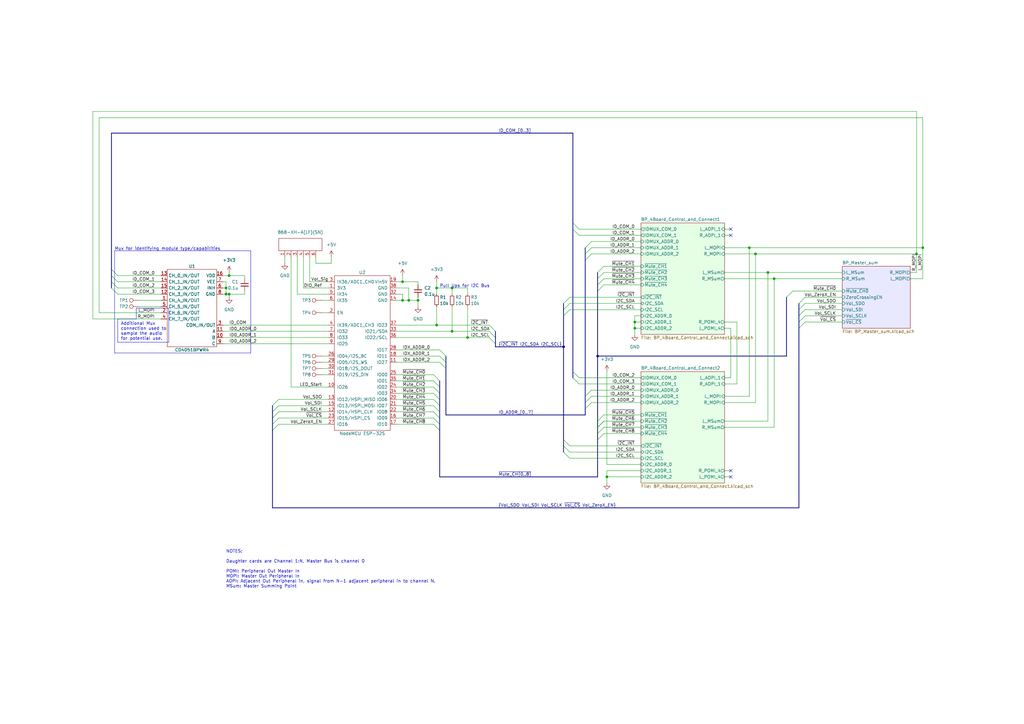
<source format=kicad_sch>
(kicad_sch (version 20230121) (generator eeschema)
  (paper "A3")
  (lib_symbols
    (symbol "CD4051BPWR4_2"
      (property "Reference" "U?" (at 10.16 1.27 0))
      (property "Value" "CD4051BPWR4_2" (at 10.16 -33.02 0))
      (symbol "CD4051BPWR4_2_0_1"
        (rectangle (start 0 0) (end 20.32 -31.75))
      )
      (symbol "CD4051BPWR4_2_1_1"
        (pin passive line (at -2.54 -12.7 0) (length 2.54) (name "CH_4_IN/OUT") (number "1"))
        (pin passive line (at 22.86 -27.94 180) (length 2.54) (name "B") (number "10"))
        (pin passive line (at 22.86 -25.4 180) (length 2.54) (name "A") (number "11"))
        (pin passive line (at -2.54 -10.16 0) (length 2.54) (name "CH_3_IN/OUT") (number "12"))
        (pin passive line (at -2.54 -2.54 0) (length 2.54) (name "CH_0_IN/OUT") (number "13"))
        (pin passive line (at -2.54 -5.08 0) (length 2.54) (name "CH_1_IN/OUT") (number "14"))
        (pin passive line (at -2.54 -7.62 0) (length 2.54) (name "CH_2_IN/OUT") (number "15"))
        (pin power_in line (at 22.86 -2.54 180) (length 2.54) (name "VDD") (number "16"))
        (pin passive line (at -2.54 -17.78 0) (length 2.54) (name "CH_6_IN/OUT") (number "2"))
        (pin passive line (at 22.86 -22.86 180) (length 2.54) (name "COM_IN/OUT") (number "3"))
        (pin passive line (at -2.54 -20.32 0) (length 2.54) (name "CH_7_IN/OUT") (number "4"))
        (pin passive line (at -2.54 -15.24 0) (length 2.54) (name "CH_5_IN/OUT") (number "5"))
        (pin passive line (at 22.86 -7.62 180) (length 2.54) (name "INH") (number "6"))
        (pin power_in line (at 22.86 -5.08 180) (length 2.54) (name "VEE") (number "7"))
        (pin power_in line (at 22.86 -10.16 180) (length 2.54) (name "GND") (number "8"))
        (pin passive line (at 22.86 -30.48 180) (length 2.54) (name "C") (number "9"))
      )
    )
    (symbol "Connector:TestPoint" (pin_numbers hide) (pin_names (offset 0.762) hide)
      (property "Reference" "TP" (at 0 6.858 0))
      (property "Value" "TestPoint" (at 0 5.08 0))
      (symbol "TestPoint_0_1"
        (circle (center 0 3.302) (radius 0.762))
      )
      (symbol "TestPoint_1_1"
        (pin passive line (at 0 0 90) (length 2.54) (name "1") (number "1"))
      )
    )
    (symbol "Device:C_Small" (pin_numbers hide) (pin_names (offset 0.254) hide)
      (property "Reference" "C" (at 0.254 1.778 0))
      (property "Value" "C_Small" (at 0.254 -2.032 0))
      (symbol "C_Small_0_1"
        (polyline (pts (xy -1.524 -0.508) (xy 1.524 -0.508)) (stroke (width 0.3302)))
        (polyline (pts (xy -1.524 0.508) (xy 1.524 0.508)) (stroke (width 0.3048)))
      )
      (symbol "C_Small_1_1"
        (pin passive line (at 0 2.54 270) (length 2.032) (name "~") (number "1"))
        (pin passive line (at 0 -2.54 90) (length 2.032) (name "~") (number "2"))
      )
    )
    (symbol "Device:R_Small" (pin_numbers hide) (pin_names (offset 0.254) hide)
      (property "Reference" "R" (at 0.762 0.508 0))
      (property "Value" "R_Small" (at 0.762 -1.016 0))
      (symbol "R_Small_0_1"
        (rectangle (start -0.762 1.778) (end 0.762 -1.778) (stroke (width 0.2032)))
      )
      (symbol "R_Small_1_1"
        (pin passive line (at 0 2.54 270) (length 0.762) (name "~") (number "1"))
        (pin passive line (at 0 -2.54 90) (length 0.762) (name "~") (number "2"))
      )
    )
    (symbol "power:+3V3" (power) (pin_names (offset 0))
      (property "Value" "+3V3" (at 0 3.556 0))
      (symbol "+3V3_0_1"
        (polyline (pts (xy -0.762 1.27) (xy 0 2.54)))
        (polyline (pts (xy 0 0) (xy 0 2.54)))
        (polyline (pts (xy 0 2.54) (xy 0.762 1.27)))
      )
      (symbol "+3V3_1_1"
        (pin power_in line (at 0 0 90) (length 0) hide (name "+3V3") (number "1"))
      )
    )
    (symbol "power:+5V" (power) (pin_names (offset 0))
      (property "Value" "+5V" (at 0 3.556 0))
      (symbol "+5V_0_1"
        (polyline (pts (xy -0.762 1.27) (xy 0 2.54)))
        (polyline (pts (xy 0 0) (xy 0 2.54)))
        (polyline (pts (xy 0 2.54) (xy 0.762 1.27)))
      )
      (symbol "+5V_1_1"
        (pin power_in line (at 0 0 90) (length 0) hide (name "+5V") (number "1"))
      )
    )
    (symbol "power:GND" (power) (pin_names (offset 0))
      (property "Value" "GND" (at 0 -3.81 0))
      (symbol "GND_0_1"
        (polyline (pts (xy 0 0) (xy 0 -1.27) (xy 1.27 -1.27) (xy 0 -2.54) (xy -1.27 -1.27) (xy 0 -1.27)))
      )
      (symbol "GND_1_1"
        (pin power_in line (at 0 0 270) (length 0) hide (name "GND") (number "1"))
      )
    )
    (symbol "silver-box-modular:B6B-XH-A(LF)(SN)"
      (property "Reference" "U" (at 0 3.81 0))
      (property "Value" "B6B-XH-A(LF)(SN)" (at 0 1.27 0))
      (symbol "B6B-XH-A(LF)(SN)_0_0"
        (pin passive line (at -6.35 -7.62 90) (length 2.54) (name "") (number "1"))
        (pin passive line (at -3.81 -7.62 90) (length 2.54) (name "") (number "2"))
        (pin passive line (at -1.27 -7.62 90) (length 2.54) (name "") (number "3"))
        (pin passive line (at 1.27 -7.62 90) (length 2.54) (name "") (number "4"))
        (pin passive line (at 3.81 -7.62 90) (length 2.54) (name "") (number "5"))
        (pin passive line (at 6.35 -7.62 90) (length 2.54) (name "") (number "6"))
      )
      (symbol "B6B-XH-A(LF)(SN)_0_1"
        (rectangle (start -8.89 -5.08) (end 8.89 0))
      )
    )
    (symbol "silver-box-modular:ESP32-DevKitC-V4-32D-custom-parts" (pin_names (offset 1.016))
      (property "Reference" "U2" (at 0 30.48 0))
      (property "Value" "ESP32-DevKitC-V4-32D-custom-parts" (at 0 -35.56 0))
      (symbol "ESP32-DevKitC-V4-32D-custom-parts_0_0"
        (pin output line (at -13.97 24.13 0) (length 2.54) (name "3V3") (number "1"))
        (pin bidirectional line (at -13.97 -16.51 0) (length 2.54) (name "IO26") (number "10"))
        (pin bidirectional line (at 13.97 -6.35 180) (length 2.54) (name "IO27") (number "11"))
        (pin bidirectional line (at -13.97 -26.67 0) (length 2.54) (name "IO14/HSPI_CLK") (number "12"))
        (pin bidirectional line (at -13.97 -21.59 0) (length 2.54) (name "IO12/HSPI_MISO") (number "13"))
        (pin power_in line (at 13.97 19.05 180) (length 2.54) (name "GND") (number "14"))
        (pin bidirectional line (at -13.97 -24.13 0) (length 2.54) (name "IO13/HSPI_MOSI") (number "15"))
        (pin bidirectional line (at 13.97 -29.21 180) (length 2.54) (name "IO09") (number "16"))
        (pin bidirectional line (at 13.97 -31.75 180) (length 2.54) (name "IO10") (number "17"))
        (pin bidirectional line (at 13.97 -3.81 180) (length 2.54) (name "IO11") (number "18"))
        (pin power_in line (at 13.97 26.67 180) (length 2.54) (name "Vin5V") (number "19"))
        (pin input line (at -13.97 13.97 0) (length 2.54) (name "EN") (number "2"))
        (pin bidirectional line (at 13.97 -21.59 180) (length 2.54) (name "IO06") (number "20"))
        (pin bidirectional line (at 13.97 -24.13 180) (length 2.54) (name "IO07") (number "21"))
        (pin bidirectional line (at 13.97 -26.67 180) (length 2.54) (name "IO08") (number "22"))
        (pin bidirectional line (at -13.97 -29.21 0) (length 2.54) (name "IO15/HSPI_CS") (number "23"))
        (pin bidirectional line (at 13.97 -16.51 180) (length 2.54) (name "IO02") (number "24"))
        (pin bidirectional line (at 13.97 -11.43 180) (length 2.54) (name "IO00") (number "25"))
        (pin bidirectional line (at -13.97 -3.81 0) (length 2.54) (name "IO04/I2S_BC") (number "26"))
        (pin bidirectional line (at -13.97 -31.75 0) (length 2.54) (name "IO16") (number "27"))
        (pin bidirectional line (at 13.97 -1.27 180) (length 2.54) (name "IO17") (number "28"))
        (pin bidirectional line (at -13.97 -6.35 0) (length 2.54) (name "IO05/I2S_WS") (number "29"))
        (pin input line (at -13.97 26.67 0) (length 2.54) (name "IX36/ADC1_CH0") (number "3"))
        (pin bidirectional line (at -13.97 -8.89 0) (length 2.54) (name "IO18/I2S_DOUT") (number "30"))
        (pin bidirectional line (at -13.97 -11.43 0) (length 2.54) (name "IO19/I2S_DIN") (number "31"))
        (pin power_in line (at 13.97 21.59 180) (length 2.54) (name "GND") (number "32"))
        (pin bidirectional line (at 13.97 6.35 180) (length 2.54) (name "IO21/SDA") (number "33"))
        (pin bidirectional line (at 13.97 -19.05 180) (length 2.54) (name "IO03") (number "34"))
        (pin bidirectional line (at 13.97 -13.97 180) (length 2.54) (name "IO01") (number "35"))
        (pin bidirectional line (at 13.97 3.81 180) (length 2.54) (name "IO22/SCL") (number "36"))
        (pin bidirectional line (at 13.97 8.89 180) (length 2.54) (name "IO23") (number "37"))
        (pin power_in line (at 13.97 24.13 180) (length 2.54) (name "GND") (number "38"))
        (pin input line (at -13.97 8.89 0) (length 2.54) (name "IX39/ADC1_CH3") (number "4"))
        (pin input line (at -13.97 21.59 0) (length 2.54) (name "IX34") (number "5"))
        (pin input line (at -13.97 19.05 0) (length 2.54) (name "IX35") (number "6"))
        (pin bidirectional line (at -13.97 6.35 0) (length 2.54) (name "IO32") (number "7"))
        (pin bidirectional line (at -13.97 3.81 0) (length 2.54) (name "IO33") (number "8"))
        (pin bidirectional line (at -13.97 1.27 0) (length 2.54) (name "IO25") (number "9"))
      )
      (symbol "ESP32-DevKitC-V4-32D-custom-parts_0_1"
        (rectangle (start -11.43 29.21) (end 11.43 -34.29))
      )
    )
  )
  (junction (at 375.92 104.14))
  (junction (at 93.98 120.65))
  (junction (at 260.35 132.08))
  (junction (at 231.14 142.24))
  (junction (at 92.71 118.11))
  (junction (at 314.96 111.76))
  (junction (at 248.92 195.58))
  (junction (at 179.07 133.35))
  (junction (at 378.46 101.6))
  (junction (at 307.34 101.6))
  (junction (at 260.35 134.62))
  (junction (at 92.71 120.65))
  (junction (at 191.77 138.43))
  (junction (at 179.07 118.11))
  (junction (at 185.42 118.11))
  (junction (at 165.1 115.57))
  (junction (at 171.45 123.19))
  (junction (at 93.98 113.03))
  (junction (at 185.42 135.89))
  (junction (at 165.1 123.19))
  (junction (at 167.64 123.19))
  (junction (at 317.5 114.3))
  (junction (at 309.88 104.14))
  (junction (at 245.11 146.05))
  (no_connect (at 299.72 195.58))
  (no_connect (at 299.72 96.52))
  (no_connect (at 299.72 93.98))
  (no_connect (at 299.72 193.04))
  (bus_entry (at 234.95 154.94) (size 2.54 2.54))
  (bus_entry (at 327.66 124.46) (size 2.54 -2.54))
  (bus_entry (at 200.66 135.89) (size 2.54 2.54))
  (bus_entry (at 322.58 121.92) (size 2.54 -2.54))
  (bus_entry (at 234.95 152.4) (size 2.54 2.54))
  (bus_entry (at 240.03 106.68) (size 2.54 -2.54))
  (bus_entry (at 111.76 176.53) (size 2.54 -2.54))
  (bus_entry (at 240.03 167.64) (size 2.54 -2.54))
  (bus_entry (at 240.03 165.1) (size 2.54 -2.54))
  (bus_entry (at 45.72 115.57) (size 2.54 2.54))
  (bus_entry (at 45.72 110.49) (size 2.54 2.54))
  (bus_entry (at 247.65 175.26) (size -2.54 2.54))
  (bus_entry (at 200.66 138.43) (size 2.54 2.54))
  (bus_entry (at 240.03 162.56) (size 2.54 -2.54))
  (bus_entry (at 111.76 173.99) (size 2.54 -2.54))
  (bus_entry (at 45.72 113.03) (size 2.54 2.54))
  (bus_entry (at 240.03 104.14) (size 2.54 -2.54))
  (bus_entry (at 234.95 93.98) (size 2.54 2.54))
  (bus_entry (at 177.8 168.91) (size 2.54 2.54))
  (bus_entry (at 245.11 119.38) (size 2.54 -2.54))
  (bus_entry (at 327.66 132.08) (size 2.54 -2.54))
  (bus_entry (at 245.11 114.3) (size 2.54 -2.54))
  (bus_entry (at 177.8 173.99) (size 2.54 2.54))
  (bus_entry (at 231.14 127) (size 2.54 -2.54))
  (bus_entry (at 180.34 148.59) (size 2.54 2.54))
  (bus_entry (at 231.14 129.54) (size 2.54 -2.54))
  (bus_entry (at 247.65 172.72) (size -2.54 2.54))
  (bus_entry (at 177.8 156.21) (size 2.54 2.54))
  (bus_entry (at 327.66 134.62) (size 2.54 -2.54))
  (bus_entry (at 231.14 180.34) (size 2.54 2.54))
  (bus_entry (at 180.34 143.51) (size 2.54 2.54))
  (bus_entry (at 327.66 127) (size 2.54 -2.54))
  (bus_entry (at 247.65 172.72) (size -2.54 2.54))
  (bus_entry (at 177.8 163.83) (size 2.54 2.54))
  (bus_entry (at 327.66 129.54) (size 2.54 -2.54))
  (bus_entry (at 177.8 166.37) (size 2.54 2.54))
  (bus_entry (at 200.66 133.35) (size 2.54 2.54))
  (bus_entry (at 180.34 146.05) (size 2.54 2.54))
  (bus_entry (at 177.8 158.75) (size 2.54 2.54))
  (bus_entry (at 247.65 170.18) (size -2.54 2.54))
  (bus_entry (at 245.11 111.76) (size 2.54 -2.54))
  (bus_entry (at 245.11 116.84) (size 2.54 -2.54))
  (bus_entry (at 240.03 101.6) (size 2.54 -2.54))
  (bus_entry (at 247.65 177.8) (size -2.54 2.54))
  (bus_entry (at 111.76 168.91) (size 2.54 -2.54))
  (bus_entry (at 111.76 166.37) (size 2.54 -2.54))
  (bus_entry (at 177.8 153.67) (size 2.54 2.54))
  (bus_entry (at 111.76 171.45) (size 2.54 -2.54))
  (bus_entry (at 177.8 161.29) (size 2.54 2.54))
  (bus_entry (at 231.14 124.46) (size 2.54 -2.54))
  (bus_entry (at 231.14 185.42) (size 2.54 2.54))
  (bus_entry (at 45.72 118.11) (size 2.54 2.54))
  (bus_entry (at 231.14 182.88) (size 2.54 2.54))
  (bus_entry (at 234.95 91.44) (size 2.54 2.54))
  (bus_entry (at 177.8 171.45) (size 2.54 2.54))
  (wire (pts (xy 185.42 118.11) (xy 185.42 120.65)))
  (wire (pts (xy 162.56 173.99) (xy 177.8 173.99)))
  (wire (pts (xy 330.2 129.54) (xy 345.44 129.54)))
  (wire (pts (xy 91.44 135.89) (xy 134.62 135.89)))
  (wire (pts (xy 373.38 114.3) (xy 378.46 114.3)))
  (wire (pts (xy 260.35 132.08) (xy 262.89 132.08)))
  (wire (pts (xy 378.46 114.3) (xy 378.46 101.6)))
  (wire (pts (xy 121.92 120.65) (xy 134.62 120.65)))
  (bus (pts (xy 327.66 132.08) (xy 327.66 134.62)))
  (wire (pts (xy 124.46 118.11) (xy 134.62 118.11)))
  (bus (pts (xy 182.88 170.18) (xy 240.03 170.18)))
  (wire (pts (xy 330.2 124.46) (xy 345.44 124.46)))
  (bus (pts (xy 322.58 121.92) (xy 322.58 146.05)))
  (wire (pts (xy 242.57 104.14) (xy 262.89 104.14)))
  (wire (pts (xy 378.46 48.26) (xy 40.64 48.26)))
  (wire (pts (xy 309.88 165.1) (xy 309.88 104.14)))
  (wire (pts (xy 378.46 101.6) (xy 378.46 48.26)))
  (wire (pts (xy 233.68 187.96) (xy 262.89 187.96)))
  (wire (pts (xy 247.65 109.22) (xy 262.89 109.22)))
  (wire (pts (xy 93.98 113.03) (xy 100.33 113.03)))
  (bus (pts (xy 231.14 182.88) (xy 231.14 185.42)))
  (wire (pts (xy 297.18 175.26) (xy 317.5 175.26)))
  (wire (pts (xy 307.34 162.56) (xy 297.18 162.56)))
  (wire (pts (xy 40.64 128.27) (xy 66.04 128.27)))
  (wire (pts (xy 162.56 163.83) (xy 177.8 163.83)))
  (wire (pts (xy 297.18 111.76) (xy 314.96 111.76)))
  (wire (pts (xy 299.72 134.62) (xy 299.72 154.94)))
  (wire (pts (xy 167.64 118.11) (xy 167.64 123.19)))
  (wire (pts (xy 162.56 161.29) (xy 177.8 161.29)))
  (wire (pts (xy 171.45 116.84) (xy 171.45 115.57)))
  (wire (pts (xy 48.26 120.65) (xy 66.04 120.65)))
  (wire (pts (xy 317.5 114.3) (xy 345.44 114.3)))
  (wire (pts (xy 297.18 195.58) (xy 299.72 195.58)))
  (wire (pts (xy 135.89 107.95) (xy 129.54 107.95)))
  (wire (pts (xy 132.08 151.13) (xy 134.62 151.13)))
  (wire (pts (xy 119.38 158.75) (xy 134.62 158.75)))
  (wire (pts (xy 375.92 111.76) (xy 375.92 104.14)))
  (wire (pts (xy 57.15 125.73) (xy 66.04 125.73)))
  (wire (pts (xy 93.98 111.76) (xy 93.98 113.03)))
  (wire (pts (xy 38.1 45.72) (xy 375.92 45.72)))
  (wire (pts (xy 162.56 120.65) (xy 165.1 120.65)))
  (wire (pts (xy 162.56 171.45) (xy 177.8 171.45)))
  (bus (pts (xy 231.14 129.54) (xy 231.14 142.24)))
  (wire (pts (xy 165.1 120.65) (xy 165.1 123.19)))
  (bus (pts (xy 45.72 54.61) (xy 234.95 54.61)))
  (bus (pts (xy 45.72 118.11) (xy 45.72 115.57)))
  (wire (pts (xy 114.3 166.37) (xy 134.62 166.37)))
  (wire (pts (xy 247.65 177.8) (xy 262.89 177.8)))
  (wire (pts (xy 162.56 156.21) (xy 177.8 156.21)))
  (wire (pts (xy 165.1 115.57) (xy 162.56 115.57)))
  (wire (pts (xy 171.45 123.19) (xy 171.45 121.92)))
  (wire (pts (xy 309.88 104.14) (xy 375.92 104.14)))
  (bus (pts (xy 234.95 93.98) (xy 234.95 152.4)))
  (wire (pts (xy 260.35 129.54) (xy 260.35 132.08)))
  (bus (pts (xy 231.14 142.24) (xy 231.14 180.34)))
  (wire (pts (xy 162.56 118.11) (xy 167.64 118.11)))
  (wire (pts (xy 93.98 120.65) (xy 93.98 121.92)))
  (bus (pts (xy 245.11 146.05) (xy 245.11 172.72)))
  (wire (pts (xy 242.57 99.06) (xy 262.89 99.06)))
  (wire (pts (xy 297.18 93.98) (xy 299.72 93.98)))
  (wire (pts (xy 247.65 114.3) (xy 262.89 114.3)))
  (bus (pts (xy 240.03 162.56) (xy 240.03 165.1)))
  (polyline (pts (xy 46.99 144.78) (xy 102.87 144.78)))
  (wire (pts (xy 233.68 185.42) (xy 262.89 185.42)))
  (wire (pts (xy 330.2 121.92) (xy 345.44 121.92)))
  (wire (pts (xy 247.65 172.72) (xy 262.89 172.72)))
  (wire (pts (xy 325.12 119.38) (xy 345.44 119.38)))
  (wire (pts (xy 162.56 133.35) (xy 179.07 133.35)))
  (polyline (pts (xy 102.87 144.78) (xy 102.87 102.87)))
  (wire (pts (xy 185.42 118.11) (xy 191.77 118.11)))
  (wire (pts (xy 135.89 105.41) (xy 135.89 107.95)))
  (wire (pts (xy 124.46 105.41) (xy 124.46 118.11)))
  (wire (pts (xy 185.42 135.89) (xy 200.66 135.89)))
  (bus (pts (xy 45.72 110.49) (xy 45.72 54.61)))
  (bus (pts (xy 245.11 116.84) (xy 245.11 119.38)))
  (polyline (pts (xy 60.96 102.87) (xy 46.99 102.87)))
  (wire (pts (xy 191.77 118.11) (xy 191.77 120.65)))
  (wire (pts (xy 162.56 148.59) (xy 180.34 148.59)))
  (wire (pts (xy 242.57 101.6) (xy 262.89 101.6)))
  (wire (pts (xy 297.18 96.52) (xy 299.72 96.52)))
  (wire (pts (xy 121.92 120.65) (xy 121.92 105.41)))
  (polyline (pts (xy 55.88 130.81) (xy 48.26 130.81)))
  (bus (pts (xy 203.2 140.97) (xy 203.2 142.24)))
  (wire (pts (xy 297.18 193.04) (xy 299.72 193.04)))
  (bus (pts (xy 327.66 129.54) (xy 327.66 132.08)))
  (bus (pts (xy 203.2 135.89) (xy 203.2 138.43)))
  (wire (pts (xy 92.71 115.57) (xy 92.71 118.11)))
  (wire (pts (xy 237.49 96.52) (xy 262.89 96.52)))
  (wire (pts (xy 302.26 132.08) (xy 302.26 157.48)))
  (wire (pts (xy 127 105.41) (xy 127 115.57)))
  (wire (pts (xy 91.44 113.03) (xy 93.98 113.03)))
  (wire (pts (xy 302.26 132.08) (xy 297.18 132.08)))
  (wire (pts (xy 179.07 133.35) (xy 200.66 133.35)))
  (wire (pts (xy 48.26 113.03) (xy 66.04 113.03)))
  (wire (pts (xy 248.92 193.04) (xy 248.92 195.58)))
  (wire (pts (xy 314.96 172.72) (xy 314.96 111.76)))
  (wire (pts (xy 100.33 113.03) (xy 100.33 114.3)))
  (bus (pts (xy 245.11 111.76) (xy 245.11 114.3)))
  (bus (pts (xy 203.2 138.43) (xy 203.2 140.97)))
  (bus (pts (xy 111.76 173.99) (xy 111.76 176.53)))
  (wire (pts (xy 127 115.57) (xy 134.62 115.57)))
  (wire (pts (xy 297.18 157.48) (xy 302.26 157.48)))
  (wire (pts (xy 242.57 165.1) (xy 262.89 165.1)))
  (bus (pts (xy 245.11 114.3) (xy 245.11 116.84)))
  (bus (pts (xy 245.11 180.34) (xy 245.11 195.58)))
  (wire (pts (xy 262.89 129.54) (xy 260.35 129.54)))
  (wire (pts (xy 233.68 121.92) (xy 262.89 121.92)))
  (bus (pts (xy 327.66 127) (xy 327.66 129.54)))
  (wire (pts (xy 248.92 190.5) (xy 262.89 190.5)))
  (bus (pts (xy 245.11 172.72) (xy 245.11 175.26)))
  (wire (pts (xy 179.07 118.11) (xy 185.42 118.11)))
  (bus (pts (xy 240.03 104.14) (xy 240.03 106.68)))
  (wire (pts (xy 297.18 172.72) (xy 314.96 172.72)))
  (bus (pts (xy 245.11 119.38) (xy 245.11 146.05)))
  (wire (pts (xy 114.3 168.91) (xy 134.62 168.91)))
  (wire (pts (xy 247.65 170.18) (xy 262.89 170.18)))
  (bus (pts (xy 245.11 175.26) (xy 245.11 177.8)))
  (bus (pts (xy 111.76 166.37) (xy 111.76 168.91)))
  (wire (pts (xy 165.1 115.57) (xy 171.45 115.57)))
  (wire (pts (xy 114.3 163.83) (xy 134.62 163.83)))
  (wire (pts (xy 132.08 153.67) (xy 134.62 153.67)))
  (bus (pts (xy 327.66 208.28) (xy 111.76 208.28)))
  (bus (pts (xy 45.72 113.03) (xy 45.72 110.49)))
  (wire (pts (xy 57.15 123.19) (xy 66.04 123.19)))
  (polyline (pts (xy 48.26 140.335) (xy 69.215 140.335)))
  (bus (pts (xy 327.66 124.46) (xy 327.66 127)))
  (wire (pts (xy 162.56 143.51) (xy 180.34 143.51)))
  (bus (pts (xy 240.03 165.1) (xy 240.03 167.64)))
  (wire (pts (xy 119.38 158.75) (xy 119.38 105.41)))
  (bus (pts (xy 180.34 173.99) (xy 180.34 176.53)))
  (wire (pts (xy 48.26 115.57) (xy 66.04 115.57)))
  (wire (pts (xy 91.44 115.57) (xy 92.71 115.57)))
  (bus (pts (xy 245.11 146.05) (xy 322.58 146.05)))
  (polyline (pts (xy 55.88 126.365) (xy 55.88 130.81)))
  (wire (pts (xy 317.5 175.26) (xy 317.5 114.3)))
  (wire (pts (xy 162.56 166.37) (xy 177.8 166.37)))
  (polyline (pts (xy 65.405 126.365) (xy 55.88 126.365)))
  (wire (pts (xy 373.38 111.76) (xy 375.92 111.76)))
  (bus (pts (xy 180.34 168.91) (xy 180.34 171.45)))
  (wire (pts (xy 100.33 120.65) (xy 93.98 120.65)))
  (bus (pts (xy 245.11 177.8) (xy 245.11 180.34)))
  (wire (pts (xy 38.1 45.72) (xy 38.1 130.81)))
  (wire (pts (xy 91.44 133.35) (xy 134.62 133.35)))
  (polyline (pts (xy 46.99 102.87) (xy 46.99 144.78)))
  (bus (pts (xy 231.14 127) (xy 231.14 129.54)))
  (wire (pts (xy 132.08 123.19) (xy 134.62 123.19)))
  (wire (pts (xy 114.3 173.99) (xy 134.62 173.99)))
  (wire (pts (xy 237.49 93.98) (xy 262.89 93.98)))
  (wire (pts (xy 129.54 107.95) (xy 129.54 105.41)))
  (wire (pts (xy 330.2 127) (xy 345.44 127)))
  (wire (pts (xy 116.84 105.41) (xy 116.84 107.95)))
  (wire (pts (xy 297.18 134.62) (xy 299.72 134.62)))
  (wire (pts (xy 179.07 125.73) (xy 179.07 133.35)))
  (wire (pts (xy 297.18 114.3) (xy 317.5 114.3)))
  (bus (pts (xy 231.14 180.34) (xy 231.14 182.88)))
  (wire (pts (xy 248.92 195.58) (xy 248.92 198.12)))
  (bus (pts (xy 240.03 106.68) (xy 240.03 162.56)))
  (wire (pts (xy 242.57 162.56) (xy 262.89 162.56)))
  (wire (pts (xy 233.68 182.88) (xy 262.89 182.88)))
  (bus (pts (xy 111.76 168.91) (xy 111.76 171.45)))
  (bus (pts (xy 180.34 156.21) (xy 180.34 158.75)))
  (polyline (pts (xy 65.405 126.365) (xy 69.215 126.365)))
  (bus (pts (xy 111.76 171.45) (xy 111.76 173.99)))
  (wire (pts (xy 242.57 160.02) (xy 262.89 160.02)))
  (bus (pts (xy 180.34 161.29) (xy 180.34 163.83)))
  (wire (pts (xy 185.42 125.73) (xy 185.42 135.89)))
  (wire (pts (xy 314.96 111.76) (xy 345.44 111.76)))
  (wire (pts (xy 248.92 195.58) (xy 262.89 195.58)))
  (wire (pts (xy 91.44 138.43) (xy 134.62 138.43)))
  (wire (pts (xy 237.49 154.94) (xy 262.89 154.94)))
  (wire (pts (xy 297.18 104.14) (xy 309.88 104.14)))
  (bus (pts (xy 182.88 146.05) (xy 182.88 148.59)))
  (wire (pts (xy 162.56 146.05) (xy 180.34 146.05)))
  (wire (pts (xy 179.07 120.65) (xy 179.07 118.11)))
  (wire (pts (xy 260.35 134.62) (xy 260.35 137.16)))
  (bus (pts (xy 240.03 101.6) (xy 240.03 104.14)))
  (wire (pts (xy 233.68 127) (xy 262.89 127)))
  (wire (pts (xy 299.72 154.94) (xy 297.18 154.94)))
  (bus (pts (xy 203.2 142.24) (xy 231.14 142.24)))
  (bus (pts (xy 182.88 148.59) (xy 182.88 151.13)))
  (wire (pts (xy 237.49 157.48) (xy 262.89 157.48)))
  (bus (pts (xy 180.34 163.83) (xy 180.34 166.37)))
  (wire (pts (xy 191.77 125.73) (xy 191.77 138.43)))
  (wire (pts (xy 167.64 123.19) (xy 171.45 123.19)))
  (wire (pts (xy 375.92 45.72) (xy 375.92 104.14)))
  (bus (pts (xy 231.14 124.46) (xy 231.14 127)))
  (wire (pts (xy 132.08 148.59) (xy 134.62 148.59)))
  (wire (pts (xy 260.35 132.08) (xy 260.35 134.62)))
  (wire (pts (xy 92.71 120.65) (xy 91.44 120.65)))
  (wire (pts (xy 91.44 140.97) (xy 134.62 140.97)))
  (wire (pts (xy 92.71 118.11) (xy 91.44 118.11)))
  (polyline (pts (xy 60.96 102.87) (xy 102.87 102.87)))
  (polyline (pts (xy 48.26 130.81) (xy 48.26 140.335)))
  (wire (pts (xy 233.68 124.46) (xy 262.89 124.46)))
  (wire (pts (xy 162.56 158.75) (xy 177.8 158.75)))
  (wire (pts (xy 307.34 101.6) (xy 307.34 162.56)))
  (wire (pts (xy 162.56 153.67) (xy 177.8 153.67)))
  (wire (pts (xy 114.3 171.45) (xy 134.62 171.45)))
  (bus (pts (xy 111.76 176.53) (xy 111.76 208.28)))
  (wire (pts (xy 132.08 146.05) (xy 134.62 146.05)))
  (wire (pts (xy 247.65 111.76) (xy 262.89 111.76)))
  (wire (pts (xy 162.56 168.91) (xy 177.8 168.91)))
  (bus (pts (xy 180.34 171.45) (xy 180.34 173.99)))
  (wire (pts (xy 38.1 130.81) (xy 66.04 130.81)))
  (bus (pts (xy 234.95 91.44) (xy 234.95 93.98)))
  (wire (pts (xy 48.26 118.11) (xy 66.04 118.11)))
  (wire (pts (xy 179.07 115.57) (xy 179.07 118.11)))
  (wire (pts (xy 93.98 120.65) (xy 92.71 120.65)))
  (wire (pts (xy 247.65 116.84) (xy 262.89 116.84)))
  (wire (pts (xy 260.35 134.62) (xy 262.89 134.62)))
  (bus (pts (xy 180.34 158.75) (xy 180.34 161.29)))
  (wire (pts (xy 191.77 138.43) (xy 200.66 138.43)))
  (wire (pts (xy 297.18 101.6) (xy 307.34 101.6)))
  (bus (pts (xy 240.03 167.64) (xy 240.03 170.18)))
  (wire (pts (xy 100.33 119.38) (xy 100.33 120.65)))
  (bus (pts (xy 182.88 151.13) (xy 182.88 170.18)))
  (wire (pts (xy 162.56 138.43) (xy 191.77 138.43)))
  (bus (pts (xy 234.95 152.4) (xy 234.95 154.94)))
  (wire (pts (xy 248.92 152.4) (xy 248.92 190.5)))
  (bus (pts (xy 234.95 54.61) (xy 234.95 91.44)))
  (wire (pts (xy 92.71 118.11) (xy 92.71 120.65)))
  (wire (pts (xy 162.56 123.19) (xy 165.1 123.19)))
  (wire (pts (xy 330.2 132.08) (xy 345.44 132.08)))
  (bus (pts (xy 180.34 176.53) (xy 180.34 195.58)))
  (wire (pts (xy 247.65 175.26) (xy 262.89 175.26)))
  (wire (pts (xy 262.89 193.04) (xy 248.92 193.04)))
  (bus (pts (xy 327.66 134.62) (xy 327.66 208.28)))
  (wire (pts (xy 162.56 135.89) (xy 185.42 135.89)))
  (wire (pts (xy 165.1 113.03) (xy 165.1 115.57)))
  (wire (pts (xy 171.45 123.19) (xy 171.45 125.73)))
  (bus (pts (xy 45.72 115.57) (xy 45.72 113.03)))
  (wire (pts (xy 132.08 128.27) (xy 134.62 128.27)))
  (wire (pts (xy 165.1 123.19) (xy 167.64 123.19)))
  (bus (pts (xy 180.34 166.37) (xy 180.34 168.91)))
  (wire (pts (xy 40.64 48.26) (xy 40.64 128.27)))
  (wire (pts (xy 307.34 101.6) (xy 378.46 101.6)))
  (bus (pts (xy 180.34 195.58) (xy 245.11 195.58)))
  (polyline (pts (xy 69.215 140.335) (xy 69.215 126.365)))
  (wire (pts (xy 297.18 165.1) (xy 309.88 165.1)))
  (text "Pull Ups for I2C Bus" (at 180.34 118.11 0) (effects (font (size 1.27 1.27)) (justify left bottom)))
  (text "NOTES:\n\nDaughter cards are Channel 1:N, Master Bus is channel 0\n\nPOMI: Peripheral Out Master In\nMOPI: Master Out Peripheral In\nAOPI: Adjacent Out Peripheral in, signal from N-1 adjacent peripheral in to channel N.\nMSum: Master Summing Point\n" (at 92.71 241.3 0) (effects (font (size 1.27 1.27)) (justify left bottom)))
  (text "Mux for identifying module type/capabilities" (at 46.99 102.87 0) (effects (font (size 1.27 1.27)) (justify left bottom)))
  (text "Additional Mux \nconnection used to \nsample the audio \nfor potential use." (at 49.53 139.7 0) (effects (font (size 1.27 1.27)) (justify left bottom)))
  (label "~{Mute_CH6}" (at 165.1 168.91 0))
  (label "~{Mute_CH6}" (at 260.35 172.72 180))
  (label "ID_ADDR_2" (at 260.35 104.14 180))
  (label "ID_COM_1" (at 63.5 115.57 180))
  (label "ID_ADDR_0" (at 260.35 160.02 180))
  (label "Vol_SDO" (at 342.9 124.46 180))
  (label "Vol_SCLK" (at 342.9 129.54 180))
  (label "Vol_ZeroX_EN" (at 342.9 121.92 180))
  (label "L_MOPI" (at 63.5 128.27 180))
  (label "I2C_SDA" (at 260.35 185.42 180))
  (label "~{Mute_CH0}" (at 342.9 119.38 180))
  (label "R_MOPI" (at 375.92 104.14 270))
  (label "Vol_SDI" (at 132.08 166.37 180))
  (label "~{Vol_CS}" (at 132.08 171.45 180))
  (label "{~{I2C_INT} I2C_SDA I2C_SCL}" (at 204.47 142.24 0))
  (label "~{Mute_CH0}" (at 165.1 153.67 0))
  (label "IDX_ADDR_1" (at 165.1 146.05 0))
  (label "~{Mute_CH1}" (at 260.35 109.22 180))
  (label "ID_COM_3" (at 260.35 157.48 180))
  (label "ID_ADDR_1" (at 260.35 162.56 180))
  (label "~{Mute_CH2}" (at 260.35 111.76 180))
  (label "ID_COM" (at 93.98 133.35 0))
  (label "DIO_Ref" (at 132.08 118.11 180))
  (label "~{Mute_CH2}" (at 165.1 158.75 0))
  (label "ID_ADDR_2" (at 260.35 165.1 180))
  (label "ID_COM_2" (at 63.5 118.11 180))
  (label "ID_COM_[0..3]" (at 204.47 54.61 0))
  (label "~{Mute_CH8}" (at 260.35 177.8 180))
  (label "ID_ADDR_1" (at 260.35 101.6 180))
  (label "LED_Start" (at 132.08 158.75 180))
  (label "IDX_ADDR_2" (at 165.1 148.59 0))
  (label "Vol_ZeroX_EN" (at 132.08 173.99 180))
  (label "R_MOPI" (at 63.5 130.81 180))
  (label "~{Mute_CH3}" (at 165.1 161.29 0))
  (label "Vol_SDO" (at 132.08 163.83 180))
  (label "~{Mute_CH4}" (at 260.35 116.84 180))
  (label "~{I2C_INT}" (at 260.35 182.88 180))
  (label "IDX_ADDR_0" (at 165.1 143.51 0))
  (label "~{Mute_CH5}" (at 260.35 170.18 180))
  (label "~{Mute_CH4}" (at 165.1 163.83 0))
  (label "Vol_SCLK" (at 132.08 168.91 180))
  (label "ID_COM_0" (at 260.35 93.98 180))
  (label "~{Mute_CH8}" (at 165.1 173.99 0))
  (label "L_MOPI" (at 378.46 104.14 270))
  (label "Vol_SDI" (at 342.9 127 180))
  (label "I2C_SCL" (at 260.35 127 180))
  (label "~{Mute_CH5}" (at 165.1 166.37 0))
  (label "{Vol_SDO Vol_SDI Vol_SCLK ~{Vol_CS} Vol_ZeroX_EN}" (at 204.47 208.28 0))
  (label "I2C_SCL" (at 260.35 187.96 180))
  (label "~{Mute_CH[0..8]}" (at 204.47 195.58 0))
  (label "~{Vol_CS}" (at 342.9 132.08 180))
  (label "ID_COM_3" (at 63.5 120.65 180))
  (label "~{Mute_CH1}" (at 165.1 156.21 0))
  (label "ID0_ADDR_2" (at 93.98 140.97 0))
  (label "I2C_SDA" (at 260.35 124.46 180))
  (label "~{Mute_CH7}" (at 260.35 175.26 180))
  (label "I2C_SDA" (at 193.04 135.89 0))
  (label "~{Mute_CH7}" (at 165.1 171.45 0))
  (label "Vol_Sig" (at 134.62 115.57 180))
  (label "ID_ADDR_[0..7]" (at 204.47 170.18 0))
  (label "~{I2C_INT}" (at 193.04 133.35 0))
  (label "ID0_ADDR_0" (at 93.98 135.89 0))
  (label "ID_COM_0" (at 63.5 113.03 180))
  (label "ID0_ADDR_1" (at 93.98 138.43 0))
  (label "I2C_SCL" (at 193.04 138.43 0))
  (label "ID_COM_2" (at 260.35 154.94 180))
  (label "~{I2C_INT}" (at 260.35 121.92 180))
  (label "ID_ADDR_0" (at 260.35 99.06 180))
  (label "~{Mute_CH3}" (at 260.35 114.3 180))
  (label "ID_COM_1" (at 260.35 96.52 180))
  (symbol (lib_id "power:+5V") (at 135.89 105.41 0) (unit 1)
    (property "Reference" "#PWR0104" (effects hide))
    (property "Value" "+5V" (at 135.89 100.33 0))
  )
  (symbol (lib_id "Device:R_Small") (at 185.42 123.19 0) (unit 1)
    (property "Reference" "R2" (at 186.69 121.92 0) (effects (justify left)))
    (property "Value" "10k" (at 186.69 124.46 0) (effects (justify left)))
    (property "Footprint" "Resistor_SMD:R_0603_1608Metric_Pad0.98x0.95mm_HandSolder" (effects hide))
    (property "notes" "pull up" (effects hide))
    (property "MPN" "RC0603JR-1010KL" (effects hide))
    (property "Manufacturer" "Yageo" (effects hide))
  )
  (symbol (lib_id "silver-box-modular:B6B-XH-A(LF)(SN)") (at 123.19 97.79 0) (unit 1)
    (property "Reference" "J1" (effects hide))
    (property "Value" "B6B-XH-A(LF)(SN)" (at 123.19 95.25 0))
    (property "Footprint" "silver-box-feetprints:B6B-XH-A(LF)(SN)" (effects hide))
    (property "MPN" "B6B-XH-A(LF)(SN)" (effects hide))
    (property "Manufacturer" "JST" (effects hide))
  )
  (symbol (lib_name "CD4051BPWR4_2") (lib_id "silver-box-modular:CD4051BPWR4") (at 68.58 110.49 0) (unit 1)
    (property "Reference" "U1" (at 78.74 109.22 0))
    (property "Value" "CD4051BPWR4" (at 78.74 143.51 0))
    (property "Footprint" "silver-box-feetprints:CD4051BPWR" (effects hide))
    (property "Datasheet" "https://www.ti.com/lit/ds/symlink/cd4051b.pdf" (effects hide))
    (property "MPN" "CD4051BPWR" (effects hide))
    (property "Manufacturer" "TI" (effects hide))
  )
  (symbol (lib_id "Device:R_Small") (at 179.07 123.19 0) (unit 1)
    (property "Reference" "R1" (at 180.34 121.92 0) (effects (justify left)))
    (property "Value" "10k" (at 180.34 124.46 0) (effects (justify left)))
    (property "Footprint" "Resistor_SMD:R_0603_1608Metric_Pad0.98x0.95mm_HandSolder" (effects hide))
    (property "notes" "pull up" (effects hide))
    (property "MPN" "RC0603JR-1010KL" (effects hide))
    (property "Manufacturer" "Yageo" (effects hide))
  )
  (symbol (lib_id "Connector:TestPoint") (at 132.08 123.19 90) (unit 1)
    (property "Reference" "TP3" (at 125.73 123.19 90))
    (property "Value" "TestPoint" (effects hide))
    (property "Footprint" "TestPoint:TestPoint_Pad_D3.0mm" (effects hide))
  )
  (symbol (lib_id "Connector:TestPoint") (at 57.15 125.73 90) (unit 1) (in_bom no)
    (property "Reference" "TP2" (at 50.8 125.73 90))
    (property "Value" "TestPoint" (effects hide))
    (property "Footprint" "TestPoint:TestPoint_Pad_D3.0mm" (effects hide))
  )
  (symbol (lib_id "power:GND") (at 171.45 125.73 0) (unit 1)
    (property "Reference" "#PWR0103" (effects hide))
    (property "Value" "GND" (at 171.45 130.81 0))
  )
  (symbol (lib_id "Connector:TestPoint") (at 132.08 153.67 90) (unit 1) (in_bom no)
    (property "Reference" "TP8" (at 125.73 153.67 90))
    (property "Value" "TestPoint" (effects hide))
    (property "Footprint" "TestPoint:TestPoint_Pad_D3.0mm" (effects hide))
  )
  (symbol (lib_id "Connector:TestPoint") (at 132.08 148.59 90) (unit 1) (in_bom no)
    (property "Reference" "TP6" (at 125.73 148.59 90))
    (property "Value" "TestPoint" (effects hide))
    (property "Footprint" "TestPoint:TestPoint_Pad_D3.0mm" (effects hide))
  )
  (symbol (lib_id "power:+3V3") (at 179.07 115.57 0) (unit 1)
    (property "Reference" "#PWR0105" (effects hide))
    (property "Value" "+3V3" (at 179.07 110.49 0))
  )
  (symbol (lib_id "power:GND") (at 260.35 137.16 0) (unit 1)
    (property "Reference" "#PWR0110" (effects hide))
    (property "Value" "GND" (at 260.35 142.24 0))
  )
  (symbol (lib_id "Connector:TestPoint") (at 132.08 151.13 90) (unit 1) (in_bom no)
    (property "Reference" "TP7" (at 125.73 151.13 90))
    (property "Value" "TestPoint" (effects hide))
    (property "Footprint" "TestPoint:TestPoint_Pad_D3.0mm" (effects hide))
  )
  (symbol (lib_id "power:+5V") (at 165.1 113.03 0) (unit 1)
    (property "Reference" "#PWR0101" (effects hide))
    (property "Value" "+5V" (at 165.1 107.95 0))
  )
  (symbol (lib_id "Device:C_Small") (at 100.33 116.84 0) (mirror y) (unit 1)
    (property "Reference" "C1" (at 97.79 115.5762 0) (effects (justify left)))
    (property "Value" "0.1u" (at 97.79 118.1162 0) (effects (justify left)))
    (property "Footprint" "Capacitor_SMD:C_0603_1608Metric_Pad1.08x0.95mm_HandSolder" (effects hide))
    (property "MPN" "C0603C104M5RACTU" (effects hide))
    (property "Manufacturer" "KEMET " (effects hide))
  )
  (symbol (lib_id "power:GND") (at 93.98 121.92 0) (mirror y) (unit 1)
    (property "Reference" "#PWR0114" (effects hide))
    (property "Value" "GND" (at 93.98 127 0))
  )
  (symbol (lib_id "power:GND") (at 116.84 107.95 0) (unit 1)
    (property "Reference" "#PWR0107" (effects hide))
    (property "Value" "GND" (at 116.84 113.03 0))
  )
  (symbol (lib_id "Connector:TestPoint") (at 132.08 128.27 90) (unit 1) (in_bom no)
    (property "Reference" "TP4" (at 125.73 128.27 90))
    (property "Value" "TestPoint" (effects hide))
    (property "Footprint" "TestPoint:TestPoint_Pad_D3.0mm" (effects hide))
  )
  (symbol (lib_id "power:+3V3") (at 93.98 111.76 0) (unit 1)
    (property "Reference" "#PWR0102" (effects hide))
    (property "Value" "+3V3" (at 93.98 106.68 0))
  )
  (symbol (lib_id "Device:R_Small") (at 191.77 123.19 0) (unit 1)
    (property "Reference" "R3" (at 193.04 121.92 0) (effects (justify left)))
    (property "Value" "10k" (at 193.04 124.46 0) (effects (justify left)))
    (property "Footprint" "Resistor_SMD:R_0603_1608Metric_Pad0.98x0.95mm_HandSolder" (effects hide))
    (property "notes" "pull up" (effects hide))
    (property "MPN" "RC0603JR-1010KL" (effects hide))
    (property "Manufacturer" "Yageo" (effects hide))
  )
  (symbol (lib_id "silver-box-modular:ESP32-DevKitC-V4-32D-custom-parts") (at 148.59 142.24 0) (unit 1)
    (property "Reference" "U2" (at 148.59 111.76 0))
    (property "Value" "NodeMCU ESP-32S" (at 148.59 177.8 0))
    (property "Footprint" "silver-box-feetprints:NodeMCU ESP-32S" (effects hide))
  )
  (symbol (lib_id "Connector:TestPoint") (at 132.08 146.05 90) (unit 1) (in_bom no)
    (property "Reference" "TP5" (at 125.73 146.05 90))
    (property "Value" "TestPoint" (effects hide))
    (property "Footprint" "TestPoint:TestPoint_Pad_D3.0mm" (effects hide))
  )
  (symbol (lib_id "power:+3V3") (at 248.92 152.4 0) (unit 1)
    (property "Reference" "#PWR0108" (effects hide))
    (property "Value" "+3V3" (at 248.92 147.32 0))
  )
  (symbol (lib_id "Device:C_Small") (at 171.45 119.38 180) (unit 1)
    (property "Reference" "C2" (at 173.99 118.1035 0) (effects (justify right)))
    (property "Value" "0.1u" (at 173.99 120.6435 0) (effects (justify right)))
    (property "Footprint" "Capacitor_SMD:C_0603_1608Metric_Pad1.08x0.95mm_HandSolder" (effects hide))
    (property "MPN" "C0603C104M5RACTU" (effects hide))
    (property "Manufacturer" "KEMET " (effects hide))
  )
  (symbol (lib_id "Connector:TestPoint") (at 57.15 123.19 90) (unit 1) (in_bom no)
    (property "Reference" "TP1" (at 50.8 123.19 90))
    (property "Value" "TestPoint" (effects hide))
    (property "Footprint" "TestPoint:TestPoint_Pad_D3.0mm" (effects hide))
  )
  (symbol (lib_id "power:GND") (at 248.92 198.12 0) (unit 1)
    (property "Reference" "#PWR0109" (effects hide))
    (property "Value" "GND" (at 248.92 203.2 0))
  )
  (sheet (at 262.89 91.44) (size 34.29 45.72) (stroke (width 0.1524)) (fill (color 0 255 0 0.1020))
    (property "Sheetname" "BP_4Board_Control_and_Connect1" (at 262.89 90.7284 0) (effects (justify left bottom)))
    (property "Sheetfile" "BP_4Board_Control_and_Connect.kicad_sch" (at 262.89 137.7446 0) (effects (justify left top)))
    (pin "L_MOPI" input (at 297.18 101.6 0))
    (pin "R_MOPI" input (at 297.18 104.14 0))
    (pin "L_POMI_4" output (at 297.18 134.62 0))
    (pin "R_POMI_4" output (at 297.18 132.08 0))
    (pin "I2C_ADDR_2" input (at 262.89 134.62 180))
    (pin "I2C_ADDR_1" input (at 262.89 132.08 180))
    (pin "I2C_SCL" input (at 262.89 127 180))
    (pin "I2C_ADDR_0" input (at 262.89 129.54 180))
    (pin "~{Mute_CH3}" input (at 262.89 114.3 180))
    (pin "~{Mute_CH4}" input (at 262.89 116.84 180))
    (pin "~{Mute_CH2}" input (at 262.89 111.76 180))
    (pin "~{Mute_CH1}" input (at 262.89 109.22 180))
    (pin "IDMUX_COM_1" output (at 262.89 96.52 180))
    (pin "L_MSum" output (at 297.18 111.76 0))
    (pin "R_MSum" output (at 297.18 114.3 0))
    (pin "I2C_SDA" bidirectional (at 262.89 124.46 180))
    (pin "~{I2C_INT}" output (at 262.89 121.92 180))
    (pin "IDMUX_COM_0" output (at 262.89 93.98 180))
    (pin "IDMUX_ADDR_0" input (at 262.89 99.06 180))
    (pin "IDMUX_ADDR_1" input (at 262.89 101.6 180))
    (pin "IDMUX_ADDR_2" input (at 262.89 104.14 180))
    (pin "L_AOPI_1" input (at 297.18 93.98 0))
    (pin "R_AOPI_1" input (at 297.18 96.52 0))
  )
  (sheet (at 345.44 109.22) (size 27.94 25.4) (stroke (width 0.1524)) (fill (color 0 0 255 0.0900))
    (property "Sheetname" "BP_Master_sum" (at 345.44 108.5084 0) (effects (justify left bottom)))
    (property "Sheetfile" "BP_Master_sum.kicad_sch" (at 345.44 135.2046 0) (effects (justify left top)))
    (pin "L_MSum" input (at 345.44 111.76 180))
    (pin "R_MSum" input (at 345.44 114.3 180))
    (pin "L_MOPI" output (at 373.38 114.3 0))
    (pin "R_MOPI" output (at 373.38 111.76 0))
    (pin "ZeroCrossingEN" input (at 345.44 121.92 180))
    (pin "~{Mute_CH0}" input (at 345.44 119.38 180))
    (pin "Vol_SDO" input (at 345.44 124.46 180))
    (pin "Vol_SCLK" input (at 345.44 129.54 180))
    (pin "~{Vol_CS}" input (at 345.44 132.08 180))
    (pin "Vol_SDI" input (at 345.44 127 180))
  )
  (sheet (at 262.89 152.4) (size 34.29 45.72) (stroke (width 0.1524)) (fill (color 0 255 0 0.1000))
    (property "Sheetname" "BP_4Board_Control_and_Connect2" (at 262.89 151.6884 0) (effects (justify left bottom)))
    (property "Sheetfile" "BP_4Board_Control_and_Connect.kicad_sch" (at 262.89 198.7046 0) (effects (justify left top)))
    (pin "L_MOPI" input (at 297.18 162.56 0))
    (pin "R_MOPI" input (at 297.18 165.1 0))
    (pin "L_POMI_4" output (at 297.18 195.58 0))
    (pin "R_POMI_4" output (at 297.18 193.04 0))
    (pin "I2C_ADDR_2" input (at 262.89 195.58 180))
    (pin "I2C_ADDR_1" input (at 262.89 193.04 180))
    (pin "I2C_SCL" input (at 262.89 187.96 180))
    (pin "I2C_ADDR_0" input (at 262.89 190.5 180))
    (pin "~{Mute_CH3}" input (at 262.89 175.26 180))
    (pin "~{Mute_CH4}" input (at 262.89 177.8 180))
    (pin "~{Mute_CH2}" input (at 262.89 172.72 180))
    (pin "~{Mute_CH1}" input (at 262.89 170.18 180))
    (pin "IDMUX_COM_1" output (at 262.89 157.48 180))
    (pin "L_MSum" output (at 297.18 172.72 0))
    (pin "R_MSum" output (at 297.18 175.26 0))
    (pin "I2C_SDA" bidirectional (at 262.89 185.42 180))
    (pin "~{I2C_INT}" output (at 262.89 182.88 180))
    (pin "IDMUX_COM_0" output (at 262.89 154.94 180))
    (pin "IDMUX_ADDR_0" input (at 262.89 160.02 180))
    (pin "IDMUX_ADDR_1" input (at 262.89 162.56 180))
    (pin "IDMUX_ADDR_2" input (at 262.89 165.1 180))
    (pin "L_AOPI_1" input (at 297.18 154.94 0))
    (pin "R_AOPI_1" input (at 297.18 157.48 0))
  )
)
</source>
